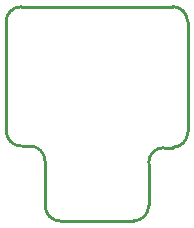
<source format=gko>
G04 Layer: BoardOutline*
G04 EasyEDA v5.9.41, Sun, 10 Feb 2019 10:32:15 GMT*
G04 cdcd27f09c1f40c89954da788bb1a5b5*
G04 Gerber Generator version 0.2*
G04 Scale: 100 percent, Rotated: No, Reflected: No *
G04 Dimensions in millimeters *
G04 leading zeros omitted , absolute positions ,3 integer and 3 decimal *
%FSLAX33Y33*%
%MOMM*%
G90*
G71D02*

%ADD10C,0.254000*%
G54D10*
G01X1270Y18161D02*
G01X14097Y18161D01*
G75*
G01X14097Y18161D02*
G02X15347Y16911I0J-1250D01*
G01*
G01X15367Y16891D02*
G01X15367Y7620D01*
G01X10795Y0D02*
G01X4572Y0D01*
G75*
G01X1270Y6350D02*
G02X20Y7600I0J1250D01*
G01*
G01X0Y7493D02*
G01X0Y16891D01*
G75*
G01X0Y16891D02*
G02X1250Y18141I1250J0D01*
G01*
G75*
G01X2032Y6350D02*
G02X3282Y5100I0J-1250D01*
G01*
G75*
G01X15367Y7493D02*
G02X14117Y6243I-1250J0D01*
G01*
G75*
G01X12065Y4953D02*
G02X13315Y6203I1250J0D01*
G01*
G75*
G01X12065Y1270D02*
G02X10815Y20I-1250J0D01*
G01*
G75*
G01X4562Y10D02*
G02X3312Y1260I0J1250D01*
G01*
G01X3302Y1397D02*
G01X3302Y5080D01*
G01X12065Y4826D02*
G01X12065Y1397D01*
G01X1905Y6350D02*
G01X1333Y6350D01*
G01X14097Y6223D02*
G01X13335Y6223D01*

%LPD*%
M00*
M02*

</source>
